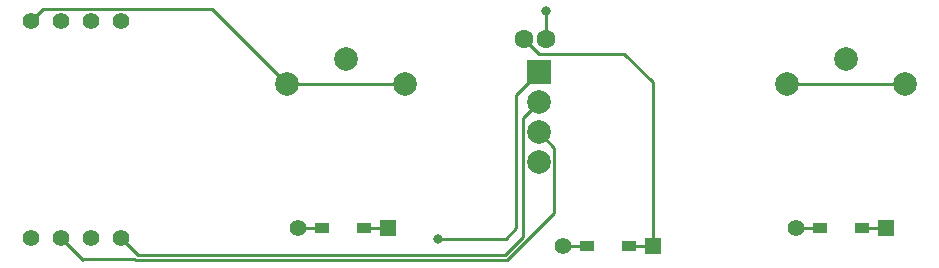
<source format=gbl>
G04 #@! TF.GenerationSoftware,KiCad,Pcbnew,(5.1.6-0-10_14)*
G04 #@! TF.CreationDate,2023-01-09T16:42:19+09:00*
G04 #@! TF.ProjectId,cool644,636f6f6c-3634-4342-9e6b-696361645f70,rev?*
G04 #@! TF.SameCoordinates,Original*
G04 #@! TF.FileFunction,Copper,L2,Bot*
G04 #@! TF.FilePolarity,Positive*
%FSLAX46Y46*%
G04 Gerber Fmt 4.6, Leading zero omitted, Abs format (unit mm)*
G04 Created by KiCad (PCBNEW (5.1.6-0-10_14)) date 2023-01-09 16:42:19*
%MOMM*%
%LPD*%
G01*
G04 APERTURE LIST*
G04 #@! TA.AperFunction,ComponentPad*
%ADD10C,1.600000*%
G04 #@! TD*
G04 #@! TA.AperFunction,ComponentPad*
%ADD11R,2.000000X2.000000*%
G04 #@! TD*
G04 #@! TA.AperFunction,ComponentPad*
%ADD12C,2.000000*%
G04 #@! TD*
G04 #@! TA.AperFunction,ComponentPad*
%ADD13C,1.397000*%
G04 #@! TD*
G04 #@! TA.AperFunction,SMDPad,CuDef*
%ADD14R,1.300000X0.950000*%
G04 #@! TD*
G04 #@! TA.AperFunction,ComponentPad*
%ADD15R,1.397000X1.397000*%
G04 #@! TD*
G04 #@! TA.AperFunction,ViaPad*
%ADD16C,0.800000*%
G04 #@! TD*
G04 #@! TA.AperFunction,Conductor*
%ADD17C,0.250000*%
G04 #@! TD*
G04 APERTURE END LIST*
D10*
X167060000Y50550000D03*
X168910000Y50550000D03*
D11*
X168285000Y47710000D03*
D12*
X168285000Y45170000D03*
X168285000Y42630000D03*
X168285000Y40090000D03*
D13*
X132880000Y52040000D03*
X130340000Y52040000D03*
X127800000Y52040000D03*
X125260000Y52040000D03*
D14*
X153455000Y34560000D03*
D15*
X155490000Y34560000D03*
D13*
X147870000Y34560000D03*
D14*
X149905000Y34560000D03*
D13*
X125280000Y33710000D03*
X127820000Y33710000D03*
X130360000Y33710000D03*
X132900000Y33710000D03*
D14*
X195615000Y34500000D03*
D15*
X197650000Y34500000D03*
D13*
X190030000Y34500000D03*
D14*
X192065000Y34500000D03*
X172345000Y33050000D03*
D13*
X170310000Y33050000D03*
D15*
X177930000Y33050000D03*
D14*
X175895000Y33050000D03*
D12*
X189290000Y46720000D03*
X194290000Y48820000D03*
X199290000Y46720000D03*
X156970000Y46720000D03*
X151970000Y48820000D03*
X146970000Y46720000D03*
D16*
X159740000Y33610000D03*
X168900000Y52920000D03*
D17*
X195615000Y34500000D02*
X197650000Y34500000D01*
X190030000Y34500000D02*
X192065000Y34500000D01*
X149905000Y34560000D02*
X147870000Y34560000D01*
X170310000Y33050000D02*
X172345000Y33050000D01*
X175530000Y49310000D02*
X168300000Y49310000D01*
X177930000Y46910000D02*
X175530000Y49310000D01*
X168300000Y49310000D02*
X167060000Y50550000D01*
X177930000Y33050000D02*
X177930000Y46910000D01*
X175895000Y33050000D02*
X177930000Y33050000D01*
X155490000Y34560000D02*
X153455000Y34560000D01*
X169610001Y41304999D02*
X169610001Y35803591D01*
X168285000Y42630000D02*
X169610001Y41304999D01*
X134153590Y31820000D02*
X134048590Y31925000D01*
X134048590Y31925000D02*
X129605000Y31925000D01*
X169610001Y35803591D02*
X165626410Y31820000D01*
X165626410Y31820000D02*
X134153590Y31820000D01*
X127820000Y33710000D02*
X129605000Y31925000D01*
X129605000Y31925000D02*
X129710000Y31820000D01*
X165490000Y33640000D02*
X166380000Y34530000D01*
X166380000Y34530000D02*
X166380000Y45805000D01*
X166380000Y45805000D02*
X168285000Y47710000D01*
X165490000Y33610000D02*
X165490000Y33640000D01*
X159740000Y33610000D02*
X165490000Y33610000D01*
X166959999Y43844999D02*
X166959999Y33789999D01*
X165119990Y32270010D02*
X134339990Y32270010D01*
X166959999Y33789999D02*
X165440010Y32270010D01*
X168285000Y45170000D02*
X166959999Y43844999D01*
X165440010Y32270010D02*
X165119990Y32270010D01*
X134339990Y32270010D02*
X132900000Y33710000D01*
X199290000Y46720000D02*
X189290000Y46720000D01*
X168910000Y50550000D02*
X168910000Y52910000D01*
X168910000Y52910000D02*
X168900000Y52920000D01*
X140626499Y53063501D02*
X146970000Y46720000D01*
X125260000Y52040000D02*
X126283501Y53063501D01*
X126283501Y53063501D02*
X140626499Y53063501D01*
X156970000Y46720000D02*
X146970000Y46720000D01*
M02*

</source>
